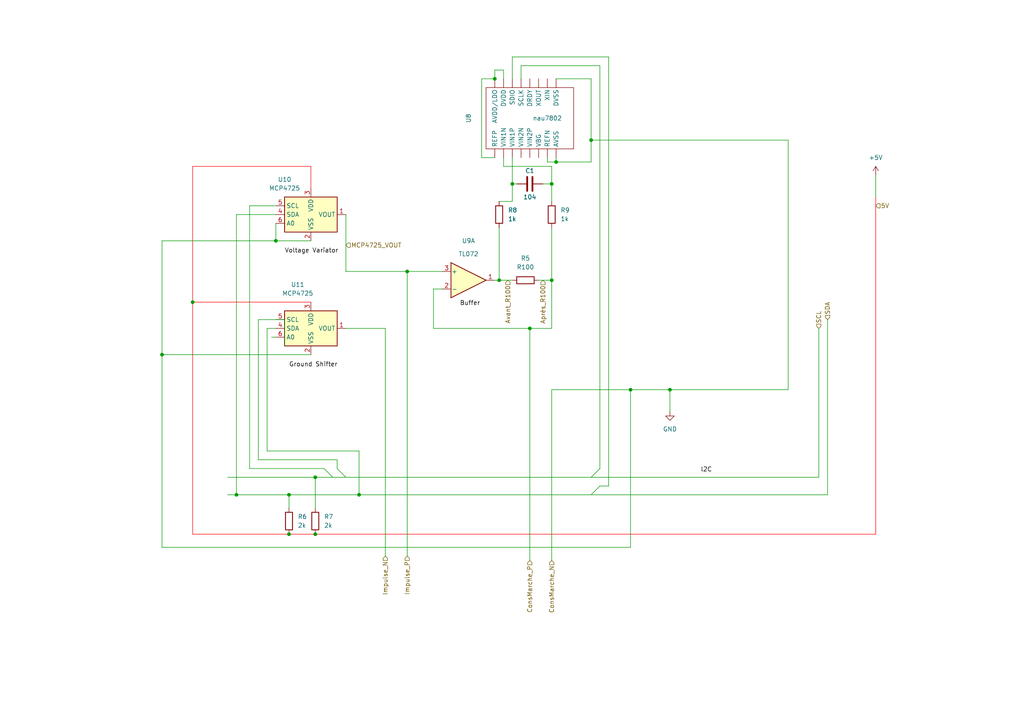
<source format=kicad_sch>
(kicad_sch (version 20211123) (generator eeschema)
  (paper "A4")
  (title_block (title "Voltage variable et générateur d'impulsions") (date "2023-05-24") (rev "1") (company "Laetitia Dallinge Dev") (comment 1 "+41 79 584 48 57") (comment 2 "laetitia.dallinge@gmail.com") (comment 3 "Licence: GNU GPL V3"))
  (lib_symbols
    (symbol "Amplifier_Operational:TL072" (pin_names (offset 0.127))
      (property "Reference" "U" (at 0 5.08 0))
      (property "Value" "TL072" (at 0 -5.08 0))
      (symbol "TL072_1_1"
        (polyline (pts (xy -5.08 5.08) (xy 5.08 0) (xy -5.08 -5.08) (xy -5.08 5.08)) (stroke (width 0.254)) (fill (type background)))
        (pin output line (at 7.62 0 180) (length 2.54) (name "~") (number "1"))
        (pin input line (at -7.62 -2.54 0) (length 2.54) (name "-") (number "2"))
        (pin input line (at -7.62 2.54 0) (length 2.54) (name "+") (number "3"))
      )
      (symbol "TL072_2_1"
        (polyline (pts (xy -5.08 5.08) (xy 5.08 0) (xy -5.08 -5.08) (xy -5.08 5.08)) (stroke (width 0.254)) (fill (type background)))
        (pin input line (at -7.62 2.54 0) (length 2.54) (name "+") (number "5"))
        (pin input line (at -7.62 -2.54 0) (length 2.54) (name "-") (number "6"))
        (pin output line (at 7.62 0 180) (length 2.54) (name "~") (number "7"))
      )
      (symbol "TL072_3_1"
        (pin power_in line (at -2.54 -7.62 90) (length 3.81) (name "V-") (number "4"))
        (pin power_in line (at -2.54 7.62 270) (length 3.81) (name "V+") (number "8"))
      )
    )
    (symbol "Analog_DAC:MCP4725xxx-xCH"
      (property "Reference" "U" (at -6.35 6.35 0))
      (property "Value" "MCP4725xxx-xCH" (at 8.89 6.35 0))
      (symbol "MCP4725xxx-xCH_0_1"
        (rectangle (start -7.62 5.08) (end 7.62 -5.08) (stroke (width 0.254)) (fill (type background)))
      )
      (symbol "MCP4725xxx-xCH_1_1"
        (pin output line (at 10.16 0 180) (length 2.54) (name "VOUT") (number "1"))
        (pin power_in line (at 0 -7.62 90) (length 2.54) (name "VSS") (number "2"))
        (pin power_in line (at 0 7.62 270) (length 2.54) (name "VDD") (number "3"))
        (pin bidirectional line (at -10.16 0 0) (length 2.54) (name "SDA") (number "4"))
        (pin input line (at -10.16 2.54 0) (length 2.54) (name "SCL") (number "5"))
        (pin input line (at -10.16 -2.54 0) (length 2.54) (name "A0") (number "6"))
      )
    )
    (symbol "Device:C" (pin_numbers hide) (pin_names (offset 0.254))
      (property "Reference" "C" (at 0.635 2.54 0))
      (property "Value" "C" (at 0.635 -2.54 0))
      (symbol "C_0_1"
        (polyline (pts (xy -2.032 -0.762) (xy 2.032 -0.762)) (stroke (width 0.508)))
        (polyline (pts (xy -2.032 0.762) (xy 2.032 0.762)) (stroke (width 0.508)))
      )
      (symbol "C_1_1"
        (pin passive line (at 0 3.81 270) (length 2.794) (name "~") (number "1"))
        (pin passive line (at 0 -3.81 90) (length 2.794) (name "~") (number "2"))
      )
    )
    (symbol "Device:R" (pin_numbers hide) (pin_names (offset 0))
      (property "Reference" "R" (at 2.032 0 90))
      (property "Value" "R" (at 0 0 90))
      (symbol "R_0_1"
        (rectangle (start -1.016 -2.54) (end 1.016 2.54) (stroke (width 0.254)))
      )
      (symbol "R_1_1"
        (pin passive line (at 0 3.81 270) (length 1.27) (name "~") (number "1"))
        (pin passive line (at 0 -3.81 90) (length 1.27) (name "~") (number "2"))
      )
    )
    (symbol "New_Library:nau7802"
      (property "Reference" "U" (at 0 0 0))
      (property "Value" "nau7802" (at 1.27 -27.94 0))
      (symbol "nau7802_0_1"
        (rectangle (start -7.62 -3.81) (end 10.16 -29.21))
      )
      (symbol "nau7802_1_0"
        (pin input line (at -10.16 -24.13 0) (length 2.54) (name "AVSS") (number ""))
        (pin input line (at 12.7 -16.51 180) (length 2.54) (name "DRDY") (number ""))
        (pin input line (at 12.7 -8.89 180) (length 2.54) (name "DVDD") (number ""))
        (pin input line (at 12.7 -24.13 180) (length 2.54) (name "DVSS") (number ""))
        (pin input line (at -10.16 -21.59 0) (length 2.54) (name "REFN") (number ""))
        (pin input line (at 12.7 -13.97 180) (length 2.54) (name "SCLK") (number ""))
        (pin input line (at 12.7 -11.43 180) (length 2.54) (name "SDIO") (number ""))
        (pin input line (at -10.16 -19.05 0) (length 2.54) (name "VBG") (number ""))
        (pin input line (at -10.16 -8.89 0) (length 2.54) (name "VIN1N") (number ""))
        (pin input line (at -10.16 -11.43 0) (length 2.54) (name "VIN1P") (number ""))
        (pin input line (at -10.16 -13.97 0) (length 2.54) (name "VIN2N") (number ""))
        (pin input line (at -10.16 -16.51 0) (length 2.54) (name "VIN2P") (number ""))
        (pin input line (at 12.7 -21.59 180) (length 2.54) (name "XIN") (number ""))
        (pin input line (at 12.7 -19.05 180) (length 2.54) (name "XOUT") (number ""))
      )
      (symbol "nau7802_1_1"
        (pin input line (at 12.7 -6.35 180) (length 2.54) (name "AVDD/LDO") (number ""))
        (pin input line (at -10.16 -6.35 0) (length 2.54) (name "REFP") (number ""))
      )
    )
    (symbol "power:+5V" (power) (pin_names (offset 0))
      (property "Value" "+5V" (at 0 3.556 0))
      (symbol "+5V_0_1"
        (polyline (pts (xy -0.762 1.27) (xy 0 2.54)))
        (polyline (pts (xy 0 0) (xy 0 2.54)))
        (polyline (pts (xy 0 2.54) (xy 0.762 1.27)))
      )
      (symbol "+5V_1_1"
        (pin power_in line (at 0 0 90) (length 0) hide (name "+5V") (number "1"))
      )
    )
    (symbol "power:GND" (power) (pin_names (offset 0))
      (property "Value" "GND" (at 0 -3.81 0))
      (symbol "GND_0_1"
        (polyline (pts (xy 0 0) (xy 0 -1.27) (xy 1.27 -1.27) (xy 0 -2.54) (xy -1.27 -1.27) (xy 0 -1.27)))
      )
      (symbol "GND_1_1"
        (pin power_in line (at 0 0 270) (length 0) hide (name "GND") (number "1"))
      )
    )
  )
  (junction (at 148.59 53.34))
  (junction (at 194.31 113.03))
  (junction (at 46.99 102.87))
  (junction (at 104.14 143.51))
  (junction (at 55.88 87.63))
  (junction (at 153.67 95.25))
  (junction (at 68.58 143.51))
  (junction (at 83.82 154.94))
  (junction (at 160.02 81.28))
  (junction (at 118.11 78.74))
  (junction (at 80.01 69.85))
  (junction (at 171.45 40.64))
  (junction (at 161.29 46.99))
  (junction (at 144.78 81.28))
  (junction (at 83.82 143.51))
  (junction (at 143.51 22.86))
  (junction (at 182.88 113.03))
  (junction (at 160.02 53.34))
  (junction (at 91.44 138.43))
  (junction (at 91.44 154.94))
  (bus_entry (at 96.52 138.43) (size -2.54 -2.54))
  (bus_entry (at 100.33 138.43) (size -2.54 -2.54))
  (bus_entry (at 171.45 143.51) (size 2.54 -2.54))
  (bus_entry (at 171.45 138.43) (size 2.54 -2.54))
  (wire (pts (xy 55.88 48.26) (xy 90.17 48.26)) (stroke (width 0) (color 255 0 0 1)))
  (wire (pts (xy 240.03 92.71) (xy 240.03 143.51)))
  (wire (pts (xy 148.59 16.51) (xy 176.53 16.51)))
  (wire (pts (xy 80.01 64.77) (xy 80.01 69.85)))
  (wire (pts (xy 77.47 130.81) (xy 104.14 130.81)))
  (wire (pts (xy 161.29 22.86) (xy 171.45 22.86)))
  (wire (pts (xy 80.01 97.79) (xy 78.74 97.79)))
  (wire (pts (xy 158.75 46.99) (xy 161.29 46.99)))
  (wire (pts (xy 143.51 22.86) (xy 139.7 22.86)))
  (wire (pts (xy 111.76 95.25) (xy 111.76 161.29)))
  (wire (pts (xy 161.29 45.72) (xy 161.29 46.99)))
  (wire (pts (xy 90.17 48.26) (xy 90.17 54.61)) (stroke (width 0) (color 255 0 0 1)))
  (wire (pts (xy 83.82 143.51) (xy 83.82 147.32)))
  (wire (pts (xy 125.73 95.25) (xy 125.73 83.82)))
  (wire (pts (xy 158.75 45.72) (xy 158.75 46.99)))
  (wire (pts (xy 160.02 162.56) (xy 160.02 113.03)))
  (wire (pts (xy 176.53 16.51) (xy 176.53 140.97)))
  (wire (pts (xy 228.6 40.64) (xy 228.6 113.03)))
  (wire (pts (xy 139.7 45.72) (xy 143.51 45.72)))
  (wire (pts (xy 139.7 22.86) (xy 139.7 45.72)))
  (wire (pts (xy 173.99 140.97) (xy 176.53 140.97)))
  (wire (pts (xy 125.73 83.82) (xy 128.27 83.82)))
  (wire (pts (xy 46.99 158.75) (xy 182.88 158.75)))
  (wire (pts (xy 55.88 87.63) (xy 90.17 87.63)) (stroke (width 0) (color 255 0 0 1)))
  (wire (pts (xy 157.48 53.34) (xy 160.02 53.34)))
  (wire (pts (xy 80.01 95.25) (xy 77.47 95.25)))
  (wire (pts (xy 125.73 95.25) (xy 153.67 95.25)))
  (wire (pts (xy 144.78 66.04) (xy 144.78 81.28)))
  (wire (pts (xy 118.11 78.74) (xy 118.11 161.29)))
  (wire (pts (xy 93.98 135.89) (xy 72.39 135.89)))
  (wire (pts (xy 148.59 22.86) (xy 148.59 16.51)))
  (wire (pts (xy 66.04 138.43) (xy 91.44 138.43)))
  (wire (pts (xy 151.13 19.05) (xy 173.99 19.05)))
  (wire (pts (xy 160.02 113.03) (xy 182.88 113.03)))
  (wire (pts (xy 80.01 69.85) (xy 46.99 69.85)))
  (wire (pts (xy 153.67 95.25) (xy 153.67 162.56)))
  (wire (pts (xy 254 154.94) (xy 91.44 154.94)) (stroke (width 0) (color 255 0 6 1)))
  (wire (pts (xy 182.88 158.75) (xy 182.88 113.03)))
  (wire (pts (xy 156.21 81.28) (xy 160.02 81.28)))
  (wire (pts (xy 55.88 48.26) (xy 55.88 87.63)) (stroke (width 0) (color 255 0 0 1)))
  (wire (pts (xy 68.58 62.23) (xy 68.58 143.51)))
  (wire (pts (xy 151.13 22.86) (xy 151.13 19.05)))
  (wire (pts (xy 160.02 48.26) (xy 146.05 48.26)))
  (wire (pts (xy 171.45 143.51) (xy 240.03 143.51)))
  (wire (pts (xy 143.51 22.86) (xy 143.51 20.32)))
  (wire (pts (xy 104.14 143.51) (xy 171.45 143.51)))
  (wire (pts (xy 160.02 58.42) (xy 160.02 53.34)))
  (wire (pts (xy 77.47 95.25) (xy 77.47 130.81)))
  (wire (pts (xy 237.49 95.25) (xy 237.49 138.43)))
  (wire (pts (xy 144.78 58.42) (xy 148.59 58.42)))
  (wire (pts (xy 171.45 22.86) (xy 171.45 40.64)))
  (wire (pts (xy 160.02 95.25) (xy 153.67 95.25)))
  (wire (pts (xy 100.33 138.43) (xy 171.45 138.43)))
  (wire (pts (xy 144.78 81.28) (xy 148.59 81.28)))
  (wire (pts (xy 160.02 81.28) (xy 160.02 95.25)))
  (wire (pts (xy 143.51 20.32) (xy 146.05 20.32)))
  (wire (pts (xy 182.88 113.03) (xy 194.31 113.03)))
  (wire (pts (xy 46.99 102.87) (xy 90.17 102.87)))
  (wire (pts (xy 171.45 40.64) (xy 228.6 40.64)))
  (wire (pts (xy 160.02 53.34) (xy 160.02 48.26)))
  (wire (pts (xy 160.02 66.04) (xy 160.02 81.28)))
  (wire (pts (xy 254 57.15) (xy 254 154.94)) (stroke (width 0) (color 255 0 6 1)))
  (wire (pts (xy 90.17 69.85) (xy 80.01 69.85)))
  (wire (pts (xy 171.45 138.43) (xy 237.49 138.43)))
  (wire (pts (xy 74.93 133.35) (xy 97.79 133.35)))
  (wire (pts (xy 96.52 138.43) (xy 100.33 138.43)))
  (wire (pts (xy 118.11 78.74) (xy 128.27 78.74)))
  (wire (pts (xy 46.99 102.87) (xy 46.99 158.75)))
  (wire (pts (xy 194.31 113.03) (xy 194.31 119.38)))
  (wire (pts (xy 74.93 92.71) (xy 74.93 133.35)))
  (wire (pts (xy 66.04 143.51) (xy 68.58 143.51)))
  (wire (pts (xy 46.99 69.85) (xy 46.99 102.87)))
  (wire (pts (xy 143.51 81.28) (xy 144.78 81.28)))
  (wire (pts (xy 100.33 62.23) (xy 100.33 78.74)))
  (wire (pts (xy 173.99 19.05) (xy 173.99 135.89)))
  (wire (pts (xy 171.45 40.64) (xy 171.45 46.99)))
  (wire (pts (xy 72.39 135.89) (xy 72.39 59.69)))
  (wire (pts (xy 161.29 46.99) (xy 171.45 46.99)))
  (wire (pts (xy 91.44 154.94) (xy 83.82 154.94)) (stroke (width 0) (color 255 0 6 1)))
  (wire (pts (xy 148.59 58.42) (xy 148.59 53.34)))
  (wire (pts (xy 254 50.8) (xy 254 57.15)))
  (wire (pts (xy 83.82 143.51) (xy 104.14 143.51)))
  (wire (pts (xy 91.44 138.43) (xy 96.52 138.43)))
  (wire (pts (xy 72.39 59.69) (xy 80.01 59.69)))
  (wire (pts (xy 82.55 100.33) (xy 82.55 92.71)))
  (wire (pts (xy 148.59 53.34) (xy 148.59 45.72)))
  (wire (pts (xy 104.14 130.81) (xy 104.14 143.51)))
  (wire (pts (xy 146.05 20.32) (xy 146.05 22.86)))
  (wire (pts (xy 68.58 143.51) (xy 83.82 143.51)))
  (wire (pts (xy 74.93 92.71) (xy 82.55 92.71)))
  (wire (pts (xy 91.44 138.43) (xy 91.44 147.32)))
  (wire (pts (xy 55.88 87.63) (xy 55.88 154.94)) (stroke (width 0) (color 255 0 0 1)))
  (wire (pts (xy 228.6 113.03) (xy 194.31 113.03)))
  (wire (pts (xy 149.86 53.34) (xy 148.59 53.34)))
  (wire (pts (xy 80.01 62.23) (xy 68.58 62.23)))
  (wire (pts (xy 146.05 48.26) (xy 146.05 45.72)))
  (wire (pts (xy 100.33 95.25) (xy 111.76 95.25)))
  (wire (pts (xy 83.82 154.94) (xy 55.88 154.94)) (stroke (width 0) (color 255 0 0 1)))
  (wire (pts (xy 100.33 78.74) (xy 118.11 78.74)))
  (wire (pts (xy 97.79 133.35) (xy 97.79 135.89)))
  (label "Buffer" (at 133.35 88.9 0))
  (label "Voltage Variator" (at 82.55 73.66 0))
  (label "l2C" (at 203.2 137.16 0))
  (label "Ground Shifter" (at 83.82 106.68 0))
  (hierarchical_label "MCP4725_VOUT" (shape input) (at 100.33 71.12 0))
  (hierarchical_label "5V" (shape input) (at 254 59.69 0))
  (hierarchical_label "Impulse_P" (shape input) (at 118.11 161.29 270))
  (hierarchical_label "Impulse_N" (shape input) (at 111.76 161.29 270))
  (hierarchical_label "ConsMarche_P" (shape input) (at 153.67 162.56 270))
  (hierarchical_label "Avant_R100" (shape input) (at 147.32 81.28 270))
  (hierarchical_label "SCL" (shape input) (at 237.49 95.25 90))
  (hierarchical_label "ConsMarche_N" (shape input) (at 160.02 162.56 270))
  (hierarchical_label "Après_R100" (shape input) (at 157.48 81.28 270))
  (hierarchical_label "SDA" (shape input) (at 240.03 92.71 90))
  (symbol (lib_id "Device:R") (at 152.4 81.28 90) (unit 1)
    (property "Reference" "R5" (at 152.4 74.93 90))
    (property "Value" "R100" (at 152.4 77.47 90))
  )
  (symbol (lib_id "Device:C") (at 153.67 53.34 270) (unit 1)
    (property "Reference" "C1" (at 153.67 49.53 90))
    (property "Value" "104" (at 153.67 57.15 90))
  )
  (symbol (lib_id "power:GND") (at 194.31 119.38 0) (unit 1)
    (property "Reference" "#PWR?" (effects hide))
    (property "Value" "GND" (at 194.31 124.46 0))
  )
  (symbol (lib_id "Device:R") (at 91.44 151.13 180) (unit 1)
    (property "Reference" "R7" (at 93.98 149.8599 0) (effects (justify right)))
    (property "Value" "2k" (at 93.98 152.3999 0) (effects (justify right)))
  )
  (symbol (lib_id "Device:R") (at 144.78 62.23 180) (unit 1)
    (property "Reference" "R8" (at 147.32 60.9599 0) (effects (justify right)))
    (property "Value" "1k" (at 147.32 63.4999 0) (effects (justify right)))
  )
  (symbol (lib_id "Amplifier_Operational:TL072") (at 135.89 81.28 0) (unit 1)
    (property "Reference" "U9" (at 135.89 69.85 0))
    (property "Value" "TL072" (at 135.89 73.66 0))
    (property "Datasheet" "http://www.ti.com/lit/ds/symlink/tl071.pdf" (effects hide))
  )
  (symbol (lib_id "Device:R") (at 83.82 151.13 180) (unit 1)
    (property "Reference" "R6" (at 86.36 149.8599 0) (effects (justify right)))
    (property "Value" "2k" (at 86.36 152.3999 0) (effects (justify right)))
  )
  (symbol (lib_id "Device:R") (at 160.02 62.23 180) (unit 1)
    (property "Reference" "R9" (at 162.56 60.9599 0) (effects (justify right)))
    (property "Value" "1k" (at 162.56 63.4999 0) (effects (justify right)))
  )
  (symbol (lib_id "Analog_DAC:MCP4725xxx-xCH") (at 90.17 95.25 0) (unit 1)
    (property "Reference" "U11" (at 86.36 82.55 0))
    (property "Value" "MCP4725" (at 86.36 85.09 0))
    (property "Footprint" "Package_TO_SOT_SMD:SOT-23-6" (effects hide))
    (property "Datasheet" "http://ww1.microchip.com/downloads/en/DeviceDoc/22039d.pdf" (effects hide))
  )
  (symbol (lib_id "Analog_DAC:MCP4725xxx-xCH") (at 90.17 62.23 0) (unit 1)
    (property "Reference" "U10" (at 82.55 52.07 0))
    (property "Value" "MCP4725" (at 82.55 54.61 0))
    (property "Footprint" "Package_TO_SOT_SMD:SOT-23-6" (effects hide))
    (property "Datasheet" "http://ww1.microchip.com/downloads/en/DeviceDoc/22039d.pdf" (effects hide))
  )
  (symbol (lib_id "New_Library:nau7802") (at 137.16 35.56 90) (unit 1)
    (property "Reference" "U8" (at 135.89 34.29 0))
    (property "Value" "nau7802" (at 158.75 34.29 90))
  )
  (symbol (lib_id "power:+5V") (at 254 50.8 0) (unit 1)
    (property "Reference" "#PWR?" (effects hide))
    (property "Value" "+5V" (at 254 45.72 0))
  )
)
</source>
